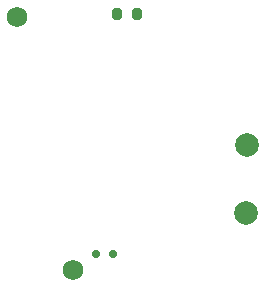
<source format=gbr>
%TF.GenerationSoftware,KiCad,Pcbnew,7.0.8*%
%TF.CreationDate,2025-05-01T09:06:41-04:00*%
%TF.ProjectId,trifalcon,74726966-616c-4636-9f6e-2e6b69636164,rev?*%
%TF.SameCoordinates,Original*%
%TF.FileFunction,Soldermask,Top*%
%TF.FilePolarity,Negative*%
%FSLAX46Y46*%
G04 Gerber Fmt 4.6, Leading zero omitted, Abs format (unit mm)*
G04 Created by KiCad (PCBNEW 7.0.8) date 2025-05-01 09:06:41*
%MOMM*%
%LPD*%
G01*
G04 APERTURE LIST*
G04 Aperture macros list*
%AMRoundRect*
0 Rectangle with rounded corners*
0 $1 Rounding radius*
0 $2 $3 $4 $5 $6 $7 $8 $9 X,Y pos of 4 corners*
0 Add a 4 corners polygon primitive as box body*
4,1,4,$2,$3,$4,$5,$6,$7,$8,$9,$2,$3,0*
0 Add four circle primitives for the rounded corners*
1,1,$1+$1,$2,$3*
1,1,$1+$1,$4,$5*
1,1,$1+$1,$6,$7*
1,1,$1+$1,$8,$9*
0 Add four rect primitives between the rounded corners*
20,1,$1+$1,$2,$3,$4,$5,0*
20,1,$1+$1,$4,$5,$6,$7,0*
20,1,$1+$1,$6,$7,$8,$9,0*
20,1,$1+$1,$8,$9,$2,$3,0*%
G04 Aperture macros list end*
%ADD10RoundRect,0.150000X-0.150000X-0.200000X0.150000X-0.200000X0.150000X0.200000X-0.150000X0.200000X0*%
%ADD11C,1.750000*%
%ADD12C,2.000000*%
%ADD13RoundRect,0.200000X-0.200000X-0.275000X0.200000X-0.275000X0.200000X0.275000X-0.200000X0.275000X0*%
G04 APERTURE END LIST*
D10*
%TO.C,D1*%
X49456800Y-37185600D03*
X48056800Y-37185600D03*
%TD*%
D11*
%TO.C,TP1*%
X41300400Y-17100000D03*
%TD*%
D12*
%TO.C,TP4*%
X60807600Y-27940000D03*
%TD*%
D13*
%TO.C,R1*%
X49834800Y-16814800D03*
X51484800Y-16814800D03*
%TD*%
D12*
%TO.C,TP3*%
X60756800Y-33731200D03*
%TD*%
D11*
%TO.C,TP2*%
X46075600Y-38506400D03*
%TD*%
M02*

</source>
